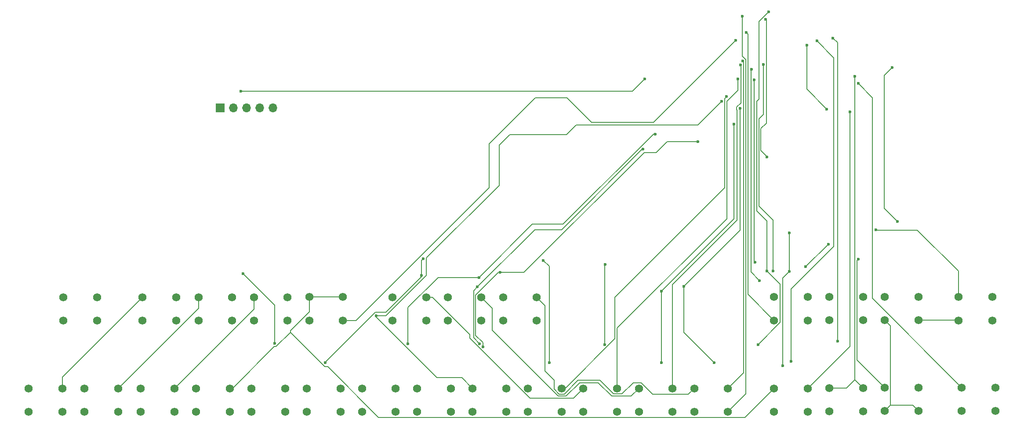
<source format=gbl>
G04 #@! TF.GenerationSoftware,KiCad,Pcbnew,8.0.8*
G04 #@! TF.CreationDate,2025-03-25T19:49:57+09:00*
G04 #@! TF.ProjectId,panelBoard,70616e65-6c42-46f6-9172-642e6b696361,rev?*
G04 #@! TF.SameCoordinates,Original*
G04 #@! TF.FileFunction,Copper,L2,Bot*
G04 #@! TF.FilePolarity,Positive*
%FSLAX46Y46*%
G04 Gerber Fmt 4.6, Leading zero omitted, Abs format (unit mm)*
G04 Created by KiCad (PCBNEW 8.0.8) date 2025-03-25 19:49:57*
%MOMM*%
%LPD*%
G01*
G04 APERTURE LIST*
G04 #@! TA.AperFunction,ComponentPad*
%ADD10C,1.575000*%
G04 #@! TD*
G04 #@! TA.AperFunction,ComponentPad*
%ADD11R,1.700000X1.700000*%
G04 #@! TD*
G04 #@! TA.AperFunction,ComponentPad*
%ADD12O,1.700000X1.700000*%
G04 #@! TD*
G04 #@! TA.AperFunction,ViaPad*
%ADD13C,0.600000*%
G04 #@! TD*
G04 #@! TA.AperFunction,Conductor*
%ADD14C,0.200000*%
G04 #@! TD*
G04 APERTURE END LIST*
D10*
X98960000Y-144659000D03*
X92460000Y-144659000D03*
X98960000Y-140159000D03*
X92460000Y-140159000D03*
X120259000Y-144659000D03*
X113759000Y-144659000D03*
X120259000Y-140159000D03*
X113759000Y-140159000D03*
X162956000Y-144659000D03*
X156456000Y-144659000D03*
X162956000Y-140159000D03*
X156456000Y-140159000D03*
X189003000Y-144659000D03*
X182503000Y-144659000D03*
X189003000Y-140159000D03*
X182503000Y-140159000D03*
X126126000Y-127097000D03*
X119626000Y-127097000D03*
X126126000Y-122597000D03*
X119626000Y-122597000D03*
X225163000Y-144496000D03*
X218663000Y-144496000D03*
X225163000Y-139996000D03*
X218663000Y-139996000D03*
D11*
X75819000Y-85979000D03*
D12*
X78359000Y-85979000D03*
X80899000Y-85979000D03*
X83439000Y-85979000D03*
X85979000Y-85979000D03*
D10*
X130927000Y-144659000D03*
X124427000Y-144659000D03*
X130927000Y-140159000D03*
X124427000Y-140159000D03*
X210341000Y-144532000D03*
X203841000Y-144532000D03*
X210341000Y-140032000D03*
X203841000Y-140032000D03*
X88788000Y-127097000D03*
X82288000Y-127097000D03*
X88788000Y-122597000D03*
X82288000Y-122597000D03*
X224528000Y-127042000D03*
X218028000Y-127042000D03*
X224528000Y-122542000D03*
X218028000Y-122542000D03*
X78120000Y-127097000D03*
X71620000Y-127097000D03*
X78120000Y-122597000D03*
X71620000Y-122597000D03*
X199684000Y-144623000D03*
X193184000Y-144623000D03*
X199684000Y-140123000D03*
X193184000Y-140123000D03*
X199671000Y-127006000D03*
X193171000Y-127006000D03*
X199671000Y-122506000D03*
X193171000Y-122506000D03*
X99456000Y-127042000D03*
X92956000Y-127042000D03*
X99456000Y-122542000D03*
X92956000Y-122542000D03*
X66981000Y-144659000D03*
X60481000Y-144659000D03*
X66981000Y-140159000D03*
X60481000Y-140159000D03*
X152263000Y-144659000D03*
X145763000Y-144659000D03*
X152263000Y-140159000D03*
X145763000Y-140159000D03*
X136794000Y-127097000D03*
X130294000Y-127097000D03*
X136794000Y-122597000D03*
X130294000Y-122597000D03*
X67302000Y-127097000D03*
X60802000Y-127097000D03*
X67302000Y-122597000D03*
X60802000Y-122597000D03*
X141595000Y-144659000D03*
X135095000Y-144659000D03*
X141595000Y-140159000D03*
X135095000Y-140159000D03*
X45366000Y-144659000D03*
X38866000Y-144659000D03*
X45366000Y-140159000D03*
X38866000Y-140159000D03*
X88292000Y-144659000D03*
X81792000Y-144659000D03*
X88292000Y-140159000D03*
X81792000Y-140159000D03*
X77647000Y-144659000D03*
X71147000Y-144659000D03*
X77647000Y-140159000D03*
X71147000Y-140159000D03*
X210304000Y-126970000D03*
X203804000Y-126970000D03*
X210304000Y-122470000D03*
X203804000Y-122470000D03*
X52062000Y-127097000D03*
X45562000Y-127097000D03*
X52062000Y-122597000D03*
X45562000Y-122597000D03*
X115481000Y-127097000D03*
X108981000Y-127097000D03*
X115481000Y-122597000D03*
X108981000Y-122597000D03*
X173622000Y-144659000D03*
X167122000Y-144659000D03*
X173622000Y-140159000D03*
X167122000Y-140159000D03*
X189003000Y-127042000D03*
X182503000Y-127042000D03*
X189003000Y-122542000D03*
X182503000Y-122542000D03*
X56161000Y-144659000D03*
X49661000Y-144659000D03*
X56161000Y-140159000D03*
X49661000Y-140159000D03*
X109616000Y-144659000D03*
X103116000Y-144659000D03*
X109616000Y-140159000D03*
X103116000Y-140159000D03*
D13*
X157607000Y-80391000D03*
X79756000Y-82804000D03*
X176391800Y-68290900D03*
X185420000Y-110109000D03*
X181102000Y-95504000D03*
X185467800Y-117548400D03*
X180848200Y-68927700D03*
X184142600Y-135752800D03*
X177180700Y-71481800D03*
X175134900Y-72975100D03*
X192659000Y-86233000D03*
X188787200Y-73934700D03*
X192973200Y-112328200D03*
X188615000Y-116686400D03*
X181146700Y-117539700D03*
X179403500Y-131692100D03*
X181448400Y-67437000D03*
X190773700Y-73075900D03*
X185799100Y-134960300D03*
X193861500Y-72517000D03*
X194763400Y-131036900D03*
X205217850Y-78246150D03*
X206248000Y-107950000D03*
X86301800Y-131477100D03*
X80229800Y-118017500D03*
X114895100Y-115168200D03*
X114570000Y-118362300D03*
X96039000Y-135199400D03*
X125649700Y-118735400D03*
X111938800Y-131578800D03*
X159593100Y-91062000D03*
X126429600Y-132151300D03*
X167870500Y-92567700D03*
X129769900Y-117755400D03*
X125334800Y-120583600D03*
X125776200Y-131539800D03*
X157261900Y-93978400D03*
X139182000Y-135204800D03*
X138064900Y-115478000D03*
X149941900Y-116236400D03*
X149866900Y-131690300D03*
X174790600Y-89184300D03*
X160797000Y-121416900D03*
X160797000Y-135186100D03*
X170960100Y-135206600D03*
X165126000Y-120468700D03*
X175922100Y-86130000D03*
X178819600Y-115775000D03*
X178676900Y-80581500D03*
X178165700Y-78589700D03*
X179695500Y-119335300D03*
X182313100Y-117508100D03*
X180411100Y-77597000D03*
X197108400Y-86807900D03*
X198062500Y-79918600D03*
X198705500Y-81301800D03*
X202120500Y-109537500D03*
X198704000Y-115247300D03*
X172391500Y-84746300D03*
X105887600Y-126134400D03*
X173374700Y-83843100D03*
X175520400Y-80457600D03*
X176069800Y-77724000D03*
X176471500Y-76980100D03*
D14*
X155194000Y-82804000D02*
X79756000Y-82804000D01*
X157607000Y-80391000D02*
X155194000Y-82804000D01*
X176391800Y-76028300D02*
X177073300Y-76709800D01*
X176391800Y-68290900D02*
X176391800Y-76028300D01*
X177073300Y-141207700D02*
X173622000Y-144659000D01*
X177073300Y-76709800D02*
X177073300Y-141207700D01*
X181012800Y-69092300D02*
X180848200Y-68927700D01*
X184142600Y-135752800D02*
X184142600Y-118873600D01*
X181102000Y-95377000D02*
X181102000Y-95504000D01*
X179973900Y-94248900D02*
X180848000Y-95123000D01*
X185467800Y-117548400D02*
X185467800Y-110072400D01*
X184142600Y-118873600D02*
X185467800Y-117548400D01*
X180848000Y-95123000D02*
X181102000Y-95377000D01*
X181012800Y-88933000D02*
X181012800Y-69092300D01*
X179973900Y-89971900D02*
X181012800Y-88933000D01*
X179973900Y-89971900D02*
X179973900Y-94248900D01*
X177180700Y-71481800D02*
X177477900Y-71779000D01*
X217956000Y-126970000D02*
X218028000Y-127042000D01*
X204945400Y-128111400D02*
X204945400Y-143427600D01*
X204945400Y-143427600D02*
X209236600Y-143427600D01*
X210304000Y-126970000D02*
X217956000Y-126970000D01*
X177477900Y-122016900D02*
X182503000Y-127042000D01*
X203804000Y-126970000D02*
X204945400Y-128111400D01*
X209236600Y-143427600D02*
X210341000Y-144532000D01*
X177477900Y-71779000D02*
X177477900Y-122016900D01*
X204945400Y-143427600D02*
X203841000Y-144532000D01*
X127635000Y-101388000D02*
X101981000Y-127042000D01*
X175134900Y-72975100D02*
X159279600Y-88830400D01*
X159279600Y-88830400D02*
X147377400Y-88830400D01*
X142621000Y-84074000D02*
X136525000Y-84074000D01*
X127635000Y-92964000D02*
X127635000Y-101388000D01*
X101981000Y-127042000D02*
X99456000Y-127042000D01*
X147377400Y-88830400D02*
X142621000Y-84074000D01*
X136525000Y-84074000D02*
X127635000Y-92964000D01*
X188787200Y-82361200D02*
X188787200Y-73934700D01*
X192973200Y-112328200D02*
X188615000Y-116686400D01*
X192659000Y-86233000D02*
X188787200Y-82361200D01*
X179572200Y-69313200D02*
X181448400Y-67437000D01*
X179170500Y-84746800D02*
X179572200Y-84345100D01*
X181146700Y-117539700D02*
X183666600Y-120059600D01*
X181146700Y-107866300D02*
X179170500Y-105890100D01*
X183666600Y-127429000D02*
X179403500Y-131692100D01*
X179170500Y-105890100D02*
X179170500Y-84746800D01*
X179572200Y-84345100D02*
X179572200Y-69313200D01*
X181146700Y-117539700D02*
X181146700Y-107866300D01*
X183666600Y-120059600D02*
X183666600Y-127429000D01*
X185799100Y-121014100D02*
X194027100Y-112786100D01*
X185799100Y-134960300D02*
X185799100Y-121014100D01*
X194027100Y-112786100D02*
X194027100Y-76329300D01*
X194027100Y-76329300D02*
X190773700Y-73075900D01*
X194763400Y-131036900D02*
X194763400Y-73418900D01*
X194763400Y-73418900D02*
X193861500Y-72517000D01*
X203708000Y-105410000D02*
X206248000Y-107950000D01*
X205217850Y-78246150D02*
X203708000Y-79756000D01*
X203708000Y-79756000D02*
X203708000Y-105410000D01*
X86301800Y-124089500D02*
X86301800Y-131477100D01*
X80229800Y-118017500D02*
X86301800Y-124089500D01*
X105704700Y-125451500D02*
X96039000Y-135117200D01*
X107725600Y-125451500D02*
X105704700Y-125451500D01*
X96039000Y-135117200D02*
X96039000Y-135199400D01*
X114895100Y-115168200D02*
X114570000Y-115493300D01*
X114570000Y-118607100D02*
X107725600Y-125451500D01*
X114570000Y-115493300D02*
X114570000Y-118362300D01*
X114570000Y-118362300D02*
X114570000Y-118607100D01*
X111938800Y-124553500D02*
X117756900Y-118735400D01*
X141874400Y-108442600D02*
X135942500Y-108442600D01*
X111938800Y-131578800D02*
X111938800Y-124553500D01*
X135942500Y-108442600D02*
X125649700Y-118735400D01*
X159255000Y-91062000D02*
X141874400Y-108442600D01*
X159593100Y-91062000D02*
X159255000Y-91062000D01*
X117756900Y-118735400D02*
X125649700Y-118735400D01*
X161862900Y-92567700D02*
X159825900Y-94604700D01*
X129427300Y-117755400D02*
X129769900Y-117755400D01*
X134339600Y-117755400D02*
X129769900Y-117755400D01*
X159825900Y-94604700D02*
X157490300Y-94604700D01*
X125032000Y-129944700D02*
X125032000Y-122150700D01*
X157490300Y-94604700D02*
X134339600Y-117755400D01*
X125032000Y-122150700D02*
X129427300Y-117755400D01*
X126429600Y-131342300D02*
X125032000Y-129944700D01*
X126429600Y-132151300D02*
X126429600Y-131342300D01*
X167870500Y-92567700D02*
X161862900Y-92567700D01*
X141553600Y-109525400D02*
X136393000Y-109525400D01*
X124630300Y-121288100D02*
X124630300Y-130393900D01*
X136393000Y-109525400D02*
X125334800Y-120583600D01*
X125334800Y-120583600D02*
X124630300Y-121288100D01*
X157261900Y-93978400D02*
X157100600Y-93978400D01*
X124630300Y-130393900D02*
X125776200Y-131539800D01*
X157100600Y-93978400D02*
X141553600Y-109525400D01*
X139182000Y-116595100D02*
X139182000Y-135204800D01*
X138064900Y-115478000D02*
X139182000Y-116595100D01*
X149941900Y-116236400D02*
X149866900Y-116311400D01*
X149866900Y-116311400D02*
X149866900Y-131690300D01*
X174790600Y-107423300D02*
X174790600Y-89184300D01*
X160797000Y-121416900D02*
X160797000Y-135186100D01*
X160797000Y-121416900D02*
X174790600Y-107423300D01*
X165126000Y-120468700D02*
X175922100Y-109672600D01*
X165126000Y-129372500D02*
X165126000Y-120468700D01*
X175922100Y-109672600D02*
X175922100Y-86130000D01*
X170960100Y-135206600D02*
X165126000Y-129372500D01*
X178676900Y-80581500D02*
X178676900Y-115632300D01*
X178676900Y-115632300D02*
X178819600Y-115775000D01*
X178068800Y-117708600D02*
X178068800Y-78686600D01*
X178068800Y-78686600D02*
X178165700Y-78589700D01*
X179695500Y-119335300D02*
X178068800Y-117708600D01*
X182313100Y-107685900D02*
X179572200Y-104945000D01*
X180411100Y-87301500D02*
X180411100Y-77597000D01*
X179572200Y-88140400D02*
X180411100Y-87301500D01*
X182313100Y-117508100D02*
X182313100Y-107685900D01*
X179572200Y-104945000D02*
X179572200Y-88140400D01*
X45366000Y-138033000D02*
X45366000Y-140159000D01*
X60802000Y-122597000D02*
X45366000Y-138033000D01*
X71620000Y-122597000D02*
X71620000Y-124700000D01*
X71620000Y-124700000D02*
X56161000Y-140159000D01*
X82288000Y-122597000D02*
X82288000Y-124852000D01*
X82288000Y-124852000D02*
X66981000Y-140159000D01*
X77647000Y-140159000D02*
X78164000Y-140159000D01*
X96538700Y-135981500D02*
X95965800Y-135981500D01*
X86244200Y-132078800D02*
X86551000Y-132078800D01*
X92956000Y-122542000D02*
X99456000Y-122542000D01*
X95965800Y-135981500D02*
X89307100Y-129322700D01*
X92956000Y-125367000D02*
X92956000Y-122542000D01*
X197108400Y-132053600D02*
X197108400Y-86807900D01*
X189003000Y-140159000D02*
X197108400Y-132053600D01*
X182503000Y-140159000D02*
X176913800Y-145748200D01*
X89307000Y-129322700D02*
X89307000Y-129016000D01*
X89307000Y-129016000D02*
X92956000Y-125367000D01*
X106305400Y-145748200D02*
X96538700Y-135981500D01*
X86551000Y-132078800D02*
X89307100Y-129322700D01*
X78164000Y-140159000D02*
X86244200Y-132078800D01*
X89307100Y-129322700D02*
X89307000Y-129322700D01*
X176913800Y-145748200D02*
X106305400Y-145748200D01*
X198062500Y-138501500D02*
X199684000Y-140123000D01*
X193184000Y-140123000D02*
X196441000Y-140123000D01*
X198062500Y-79918600D02*
X198062500Y-138501500D01*
X196441000Y-140123000D02*
X198062500Y-138501500D01*
X201441300Y-122774300D02*
X201441300Y-84037600D01*
X218663000Y-139996000D02*
X201441300Y-122774300D01*
X201441300Y-84037600D02*
X198705500Y-81301800D01*
X210093100Y-109601000D02*
X218028000Y-117535900D01*
X202184000Y-109601000D02*
X210093100Y-109601000D01*
X202120500Y-109537500D02*
X202184000Y-109601000D01*
X218028000Y-117535900D02*
X218028000Y-122542000D01*
X198523000Y-115428300D02*
X198523000Y-134714000D01*
X198523000Y-134714000D02*
X203841000Y-140032000D01*
X198704000Y-115247300D02*
X198523000Y-115428300D01*
X129540000Y-100975500D02*
X115526500Y-114989000D01*
X105887600Y-126134400D02*
X105887600Y-126378400D01*
X129540000Y-93218000D02*
X129540000Y-100975500D01*
X115526500Y-118318600D02*
X107710700Y-126134400D01*
X117571700Y-138062500D02*
X122330500Y-138062500D01*
X144406600Y-89273400D02*
X142494000Y-91186000D01*
X122330500Y-138062500D02*
X124427000Y-140159000D01*
X105887600Y-126378400D02*
X117571700Y-138062500D01*
X107710700Y-126134400D02*
X105887600Y-126134400D01*
X115526500Y-114989000D02*
X115526500Y-118318600D01*
X142494000Y-91186000D02*
X131572000Y-91186000D01*
X172391500Y-84746300D02*
X167864400Y-89273400D01*
X131572000Y-91186000D02*
X129540000Y-93218000D01*
X167864400Y-89273400D02*
X144406600Y-89273400D01*
X142259000Y-140159000D02*
X141595000Y-140159000D01*
X172993300Y-84224500D02*
X172993300Y-101453700D01*
X151861300Y-130556700D02*
X142259000Y-140159000D01*
X173374700Y-83843100D02*
X172993300Y-84224500D01*
X172993300Y-101453700D02*
X151861300Y-122585700D01*
X151861300Y-122585700D02*
X151861300Y-130556700D01*
X116700200Y-122597000D02*
X115481000Y-122597000D01*
X143861400Y-142060600D02*
X135448300Y-142060600D01*
X175520400Y-82602300D02*
X175520400Y-80457600D01*
X135448300Y-142060600D02*
X135395000Y-142007300D01*
X123883800Y-129780600D02*
X116700200Y-122597000D01*
X145763000Y-140159000D02*
X143861400Y-142060600D01*
X135392900Y-142007300D02*
X123883800Y-130498200D01*
X152263000Y-128526000D02*
X173395000Y-107394000D01*
X152263000Y-140159000D02*
X152263000Y-128526000D01*
X135395000Y-142007300D02*
X135392900Y-142007300D01*
X173395000Y-107394000D02*
X173395000Y-84727700D01*
X173395000Y-84727700D02*
X175520400Y-82602300D01*
X123883800Y-130498200D02*
X123883800Y-129780600D01*
X162956000Y-120106700D02*
X162956000Y-140159000D01*
X140926100Y-141658900D02*
X142438000Y-141658900D01*
X148628900Y-139069800D02*
X151209000Y-141649900D01*
X175406900Y-86465600D02*
X175406900Y-107655800D01*
X176122100Y-85079200D02*
X175320400Y-85880900D01*
X128210100Y-128942900D02*
X140926100Y-141658900D01*
X128210100Y-124681100D02*
X128210100Y-128942900D01*
X145027100Y-139069800D02*
X148628900Y-139069800D01*
X176122100Y-77776300D02*
X176122100Y-85079200D01*
X175406900Y-107655800D02*
X162956000Y-120106700D01*
X126126000Y-122597000D02*
X128210100Y-124681100D01*
X175320400Y-86379100D02*
X175406900Y-86465600D01*
X151209000Y-141649900D02*
X154965100Y-141649900D01*
X142438000Y-141658900D02*
X145027100Y-139069800D01*
X154965100Y-141649900D02*
X156456000Y-140159000D01*
X175320400Y-85880900D02*
X175320400Y-86379100D01*
X176069800Y-77724000D02*
X176122100Y-77776300D01*
X142071800Y-141257200D02*
X144713200Y-138615800D01*
X155371300Y-139069800D02*
X156907200Y-139069800D01*
X176471500Y-76980100D02*
X176671600Y-77180200D01*
X165972800Y-141308200D02*
X167122000Y-140159000D01*
X159145600Y-141308200D02*
X165972800Y-141308200D01*
X176671600Y-77180200D02*
X176671600Y-137109400D01*
X140155300Y-140320100D02*
X141092400Y-141257200D01*
X136794000Y-122597000D02*
X138405400Y-124208400D01*
X156907200Y-139069800D02*
X159145600Y-141308200D01*
X138405400Y-124208400D02*
X138405400Y-136827000D01*
X148943100Y-138615800D02*
X151575500Y-141248200D01*
X153192900Y-141248200D02*
X155371300Y-139069800D01*
X176671600Y-137109400D02*
X173622000Y-140159000D01*
X141092400Y-141257200D02*
X142071800Y-141257200D01*
X138405400Y-136827000D02*
X140155300Y-138576900D01*
X140155300Y-138576900D02*
X140155300Y-140320100D01*
X144713200Y-138615800D02*
X148943100Y-138615800D01*
X151575500Y-141248200D02*
X153192900Y-141248200D01*
M02*

</source>
